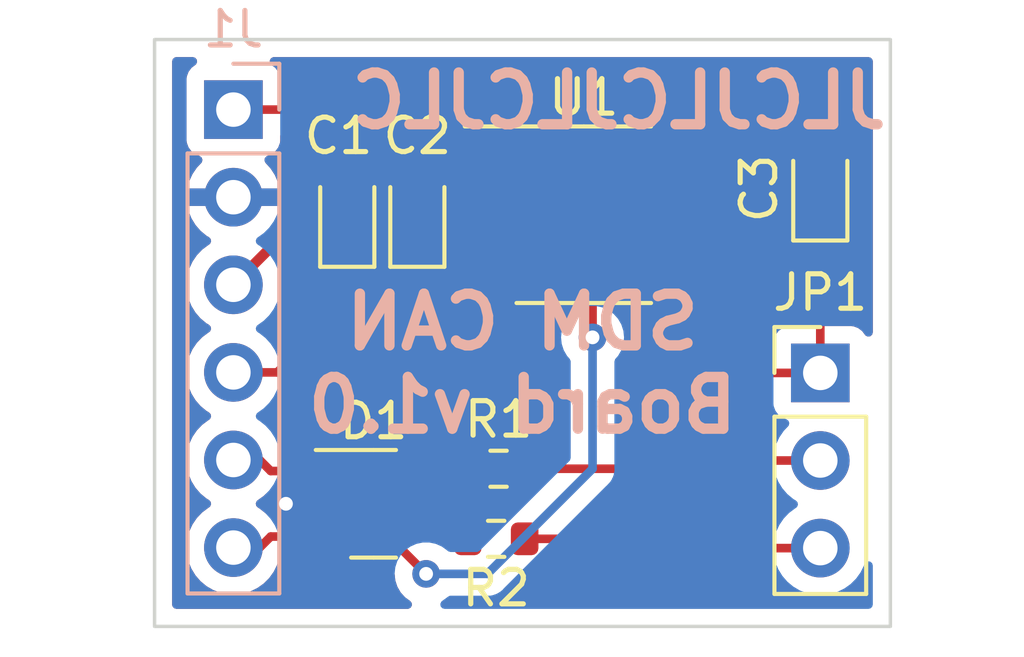
<source format=kicad_pcb>
(kicad_pcb (version 20211014) (generator pcbnew)
  (title_block (title "SDM Can Board") (date "2022-06-25") (rev "v1.0") (company "Sun Devil Motorsports Data Acquisition"))
  (layers (0 "F.Cu" signal) (31 "B.Cu" signal) (34 "B.Paste" user) (35 "F.Paste" user) (36 "B.SilkS" user "B.Silkscreen") (37 "F.SilkS" user "F.Silkscreen") (38 "B.Mask" user) (39 "F.Mask" user) (44 "Edge.Cuts" user))
  (net 0 "")
  (net 1 "+3V3")
  (net 2 "GND")
  (net 3 "/VREF")
  (net 4 "/CANL")
  (net 5 "/CANH")
  (net 6 "/CTX")
  (net 7 "/CRX")
  (net 8 "Net-(JP1-Pad1)")
  (net 9 "Net-(JP1-Pad3)")
  (footprint "Capacitor_Tantalum_SMD:CP_EIA-1608-08_AVX-J" (layer "F.Cu") (at 132.588 104.902 90)
    (fp_text reference "C1" (at 2.286 -0.254 180) (layer "F.SilkS"))
    (fp_text value "100nF")
    (fp_line (start 0.8 -0.785) (end -1.51 -0.785) (layer "F.SilkS") (width 0.12))
    (fp_line (start -1.51 0.785) (end 0.8 0.785) (layer "F.SilkS") (width 0.12))
    (fp_line (start -1.51 -0.785) (end -1.51 0.785) (layer "F.SilkS") (width 0.12))
    (pad "1" smd roundrect (at -0.7125 0 90) (size 1.075 1.05) (layers "F.Cu" "F.Paste" "F.Mask") (roundrect_rratio 0.238095) (net 1 "+3V3"))
    (pad "2" smd roundrect (at 0.7125 0 90) (size 1.075 1.05) (layers "F.Cu" "F.Paste" "F.Mask") (roundrect_rratio 0.238095) (net 2 "GND"))
  )
  (footprint "Capacitor_Tantalum_SMD:CP_EIA-1608-08_AVX-J" (layer "F.Cu") (at 134.62 104.902 90)
    (fp_text reference "C2" (at 2.286 0 180) (layer "F.SilkS"))
    (fp_text value "100nF")
    (fp_line (start -1.51 -0.785) (end -1.51 0.785) (layer "F.SilkS") (width 0.12))
    (fp_line (start -1.51 0.785) (end 0.8 0.785) (layer "F.SilkS") (width 0.12))
    (fp_line (start 0.8 -0.785) (end -1.51 -0.785) (layer "F.SilkS") (width 0.12))
    (pad "1" smd roundrect (at -0.7125 0 90) (size 1.075 1.05) (layers "F.Cu" "F.Paste" "F.Mask") (roundrect_rratio 0.238095) (net 1 "+3V3"))
    (pad "2" smd roundrect (at 0.7125 0 90) (size 1.075 1.05) (layers "F.Cu" "F.Paste" "F.Mask") (roundrect_rratio 0.238095) (net 2 "GND"))
  )
  (footprint "Resistor_SMD:R_0603_1608Metric" (layer "F.Cu") (at 136.906 114.3 180)
    (fp_text reference "R2" (at 0 -1.43) (layer "F.SilkS"))
    (fp_text value "60")
    (fp_line (start -0.237258 0.5225) (end 0.237258 0.5225) (layer "F.SilkS") (width 0.12))
    (fp_line (start -0.237258 -0.5225) (end 0.237258 -0.5225) (layer "F.SilkS") (width 0.12))
    (pad "1" smd roundrect (at -0.825 0 180) (size 0.8 0.95) (layers "F.Cu" "F.Paste" "F.Mask") (net 9 "Net-(JP1-Pad3)"))
    (pad "2" smd roundrect (at 0.825 0 180) (size 0.8 0.95) (layers "F.Cu" "F.Paste" "F.Mask") (net 4 "/CANL"))
  )
  (footprint "Capacitor_Tantalum_SMD:CP_EIA-1608-08_AVX-J" (layer "F.Cu") (at 146.304 104.14 90)
    (fp_text reference "C3" (at 0 -1.778 90) (layer "F.SilkS"))
    (fp_text value "4.7nF")
    (fp_line (start -1.51 -0.785) (end -1.51 0.785) (layer "F.SilkS") (width 0.12))
    (fp_line (start 0.8 -0.785) (end -1.51 -0.785) (layer "F.SilkS") (width 0.12))
    (fp_line (start -1.51 0.785) (end 0.8 0.785) (layer "F.SilkS") (width 0.12))
    (pad "1" smd roundrect (at -0.7125 0 90) (size 1.075 1.05) (layers "F.Cu" "F.Paste" "F.Mask") (roundrect_rratio 0.238095) (net 3 "/VREF"))
    (pad "2" smd roundrect (at 0.7125 0 90) (size 1.075 1.05) (layers "F.Cu" "F.Paste" "F.Mask") (roundrect_rratio 0.238095) (net 2 "GND"))
  )
  (footprint "Resistor_SMD:R_0603_1608Metric" (layer "F.Cu") (at 136.975 112.268)
    (fp_text reference "R1" (at 0 -1.43) (layer "F.SilkS"))
    (fp_text value "60")
    (fp_line (start -0.237258 -0.5225) (end 0.237258 -0.5225) (layer "F.SilkS") (width 0.12))
    (fp_line (start -0.237258 0.5225) (end 0.237258 0.5225) (layer "F.SilkS") (width 0.12))
    (pad "1" smd roundrect (at -0.825 0) (size 0.8 0.95) (layers "F.Cu" "F.Paste" "F.Mask") (net 5 "/CANH"))
    (pad "2" smd roundrect (at 0.825 0) (size 0.8 0.95) (layers "F.Cu" "F.Paste" "F.Mask") (net 8 "Net-(JP1-Pad1)"))
  )
  (footprint "Package_SO:SOIC-8_3.9x4.9mm_P1.27mm" (layer "F.Cu") (at 139.446 104.902)
    (fp_text reference "U1" (at 0 -3.4) (layer "F.SilkS"))
    (fp_text value "SN65HVD230")
    (fp_line (start 0 -2.56) (end 1.95 -2.56) (layer "F.SilkS") (width 0.12))
    (fp_line (start 0 2.56) (end 1.95 2.56) (layer "F.SilkS") (width 0.12))
    (fp_line (start 0 2.56) (end -1.95 2.56) (layer "F.SilkS") (width 0.12))
    (fp_line (start 0 -2.56) (end -3.45 -2.56) (layer "F.SilkS") (width 0.12))
    (pad "1" smd roundrect (at -2.475 -1.905) (size 1.95 0.6) (layers "F.Cu" "F.Paste" "F.Mask") (net 6 "/CTX"))
    (pad "2" smd roundrect (at -2.475 -0.635) (size 1.95 0.6) (layers "F.Cu" "F.Paste" "F.Mask") (net 2 "GND"))
    (pad "3" smd roundrect (at -2.475 0.635) (size 1.95 0.6) (layers "F.Cu" "F.Paste" "F.Mask") (net 1 "+3V3"))
    (pad "4" smd roundrect (at -2.475 1.905) (size 1.95 0.6) (layers "F.Cu" "F.Paste" "F.Mask") (net 7 "/CRX"))
    (pad "5" smd roundrect (at 2.475 1.905) (size 1.95 0.6) (layers "F.Cu" "F.Paste" "F.Mask") (net 3 "/VREF"))
    (pad "6" smd roundrect (at 2.475 0.635) (size 1.95 0.6) (layers "F.Cu" "F.Paste" "F.Mask") (net 4 "/CANL"))
    (pad "7" smd roundrect (at 2.475 -0.635) (size 1.95 0.6) (layers "F.Cu" "F.Paste" "F.Mask") (net 5 "/CANH"))
    (pad "8" smd roundrect (at 2.475 -1.905) (size 1.95 0.6) (layers "F.Cu" "F.Paste" "F.Mask") (net 2 "GND"))
  )
  (footprint "Connector_PinHeader_2.54mm:PinHeader_1x03_P2.54mm_Vertical" (layer "F.Cu") (at 146.304 109.489)
    (fp_text reference "JP1" (at 0 -2.33) (layer "F.SilkS"))
    (fp_text value "Jumper_3_Open")
    (fp_line (start -1.33 1.27) (end -1.33 6.41) (layer "F.SilkS") (width 0.12))
    (fp_line (start -1.33 6.41) (end 1.33 6.41) (layer "F.SilkS") (width 0.12))
    (fp_line (start -1.33 1.27) (end 1.33 1.27) (layer "F.SilkS") (width 0.12))
    (fp_line (start 1.33 1.27) (end 1.33 6.41) (layer "F.SilkS") (width 0.12))
    (fp_line (start -1.33 0) (end -1.33 -1.33) (layer "F.SilkS") (width 0.12))
    (fp_line (start -1.33 -1.33) (end 0 -1.33) (layer "F.SilkS") (width 0.12))
    (pad "1" thru_hole oval (at 0 2.54) (size 1.7 1.7) (drill 1) (layers *.Cu *.Mask) (net 8 "Net-(JP1-Pad1)"))
    (pad "2" thru_hole rect (at 0 0) (size 1.7 1.7) (drill 1) (layers *.Cu *.Mask) (net 3 "/VREF"))
    (pad "3" thru_hole oval (at 0 5.08) (size 1.7 1.7) (drill 1) (layers *.Cu *.Mask) (net 9 "Net-(JP1-Pad3)"))
  )
  (footprint "Package_TO_SOT_SMD:SOT-23" (layer "F.Cu") (at 133.35 113.284)
    (fp_text reference "D1" (at 0 -2.4) (layer "F.SilkS"))
    (fp_text value "SM712_SOT23")
    (fp_line (start 0 1.56) (end -0.65 1.56) (layer "F.SilkS") (width 0.12))
    (fp_line (start 0 -1.56) (end -1.675 -1.56) (layer "F.SilkS") (width 0.12))
    (fp_line (start 0 -1.56) (end 0.65 -1.56) (layer "F.SilkS") (width 0.12))
    (fp_line (start 0 1.56) (end 0.65 1.56) (layer "F.SilkS") (width 0.12))
    (pad "1" smd roundrect (at -0.9375 -0.95) (size 1.475 0.6) (layers "F.Cu" "F.Paste" "F.Mask") (net 5 "/CANH"))
    (pad "2" smd roundrect (at -0.9375 0.95) (size 1.475 0.6) (layers "F.Cu" "F.Paste" "F.Mask") (net 4 "/CANL"))
    (pad "3" smd roundrect (at 0.9375 0) (size 1.475 0.6) (layers "F.Cu" "F.Paste" "F.Mask") (net 2 "GND"))
  )
  (footprint "Connector_PinHeader_2.54mm:PinHeader_1x06_P2.54mm_Vertical" (layer "B.Cu") (at 129.286 101.854 180)
    (fp_text reference "J1" (at 0 2.33) (layer "B.SilkS") (effects (justify mirror)))
    (fp_text value "Conn_01x06_Male")
    (fp_line (start 1.33 -1.27) (end 1.33 -14.03) (layer "B.SilkS") (width 0.12))
    (fp_line (start -1.33 -14.03) (end 1.33 -14.03) (layer "B.SilkS") (width 0.12))
    (fp_line (start -1.33 0) (end -1.33 1.33) (layer "B.SilkS") (width 0.12))
    (fp_line (start -1.33 1.33) (end 0 1.33) (layer "B.SilkS") (width 0.12))
    (fp_line (start -1.33 -1.27) (end 1.33 -1.27) (layer "B.SilkS") (width 0.12))
    (fp_line (start -1.33 -1.27) (end -1.33 -14.03) (layer "B.SilkS") (width 0.12))
    (pad "1" thru_hole rect (at 0 0 180) (size 1.7 1.7) (drill 1) (layers *.Cu *.Mask) (net 6 "/CTX"))
    (pad "2" thru_hole oval (at 0 -2.54 180) (size 1.7 1.7) (drill 1) (layers *.Cu *.Mask) (net 2 "GND"))
    (pad "3" thru_hole oval (at 0 -5.08 180) (size 1.7 1.7) (drill 1) (layers *.Cu *.Mask) (net 1 "+3V3"))
    (pad "4" thru_hole oval (at 0 -7.62 180) (size 1.7 1.7) (drill 1) (layers *.Cu *.Mask) (net 7 "/CRX"))
    (pad "5" thru_hole oval (at 0 -10.16 180) (size 1.7 1.7) (drill 1) (layers *.Cu *.Mask) (net 5 "/CANH"))
    (pad "6" thru_hole oval (at 0 -12.7 180) (size 1.7 1.7) (drill 1) (layers *.Cu *.Mask) (net 4 "/CANL"))
  )
  (gr_rect (start 127 99.822) (end 148.336 116.84) (layer "Edge.Cuts") (width 0.1) (fill none))
  (gr_text "JLCJLCJLCJLC" (at 140.462 101.6) (layer "B.SilkS") (effects (font (size 1.5 1.5) (thickness 0.3)) (justify mirror)))
  (gr_text "SDM CAN\nBoard v1.0" (at 137.668 109.22) (layer "B.SilkS") (effects (font (size 1.5 1.5) (thickness 0.3)) (justify mirror)))
  (segment (start 130.6055 105.6145) (end 129.286 106.934) (width 0.3) (layer "F.Cu") (net 1))
  (segment (start 132.588 105.6145) (end 130.6055 105.6145) (width 0.3) (layer "F.Cu") (net 1))
  (segment (start 136.8935 105.6145) (end 136.971 105.537) (width 0.3) (layer "F.Cu") (net 1))
  (segment (start 134.62 105.6145) (end 136.8935 105.6145) (width 0.3) (layer "F.Cu") (net 1))
  (segment (start 132.588 105.6145) (end 134.62 105.6145) (width 0.3) (layer "F.Cu") (net 1))
  (via (at 130.81 113.284) (size 0.8) (drill 0.4) (layers "F.Cu" "B.Cu") (net 2))
  (segment (start 141.921 107.661) (end 141.921 106.807) (width 0.25) (layer "F.Cu") (net 3))
  (segment (start 143.749 109.489) (end 141.921 107.661) (width 0.25) (layer "F.Cu") (net 3))
  (segment (start 143.749 109.489) (end 146.304 109.489) (width 0.25) (layer "F.Cu") (net 3))
  (segment (start 146.304 104.8525) (end 146.304 109.489) (width 0.25) (layer "F.Cu") (net 3))
  (segment (start 139.7 106.172) (end 140.335 105.537) (width 0.25) (layer "F.Cu") (net 4))
  (segment (start 132.4125 114.234) (end 130.368 114.234) (width 0.25) (layer "F.Cu") (net 4))
  (segment (start 139.7 108.458) (end 139.7 106.172) (width 0.25) (layer "F.Cu") (net 4))
  (segment (start 133.538 114.234) (end 133.792 114.234) (width 0.25) (layer "F.Cu") (net 4))
  (segment (start 133.792 114.234) (end 134.874 115.316) (width 0.25) (layer "F.Cu") (net 4))
  (segment (start 132.4125 114.234) (end 133.538 114.234) (width 0.25) (layer "F.Cu") (net 4))
  (segment (start 133.538 114.234) (end 136.015 114.234) (width 0.25) (layer "F.Cu") (net 4))
  (segment (start 130.048 114.554) (end 129.286 114.554) (width 0.25) (layer "F.Cu") (net 4))
  (segment (start 136.015 114.234) (end 136.081 114.3) (width 0.25) (layer "F.Cu") (net 4))
  (segment (start 140.335 105.537) (end 141.921 105.537) (width 0.25) (layer "F.Cu") (net 4))
  (segment (start 130.368 114.234) (end 130.048 114.554) (width 0.25) (layer "F.Cu") (net 4))
  (via (at 139.7 108.458) (size 0.8) (drill 0.4) (layers "F.Cu" "B.Cu") (net 4))
  (via (at 134.874 115.316) (size 0.8) (drill 0.4) (layers "F.Cu" "B.Cu") (net 4))
  (segment (start 139.7 112.268) (end 139.7 108.458) (width 0.25) (layer "B.Cu") (net 4))
  (segment (start 136.652 115.316) (end 139.7 112.268) (width 0.25) (layer "B.Cu") (net 4))
  (segment (start 134.874 115.316) (end 136.652 115.316) (width 0.25) (layer "B.Cu") (net 4))
  (segment (start 139.192 105.918) (end 140.843 104.267) (width 0.25) (layer "F.Cu") (net 5))
  (segment (start 140.843 104.267) (end 141.921 104.267) (width 0.25) (layer "F.Cu") (net 5))
  (segment (start 136.084 112.334) (end 136.15 112.268) (width 0.25) (layer "F.Cu") (net 5))
  (segment (start 139.192 106.934) (end 139.192 105.918) (width 0.25) (layer "F.Cu") (net 5))
  (segment (start 130.368 112.334) (end 130.048 112.014) (width 0.25) (layer "F.Cu") (net 5))
  (segment (start 132.4125 112.334) (end 133.792 112.334) (width 0.25) (layer "F.Cu") (net 5))
  (segment (start 132.4125 112.334) (end 130.368 112.334) (width 0.25) (layer "F.Cu") (net 5))
  (segment (start 130.048 112.014) (end 129.286 112.014) (width 0.25) (layer "F.Cu") (net 5))
  (segment (start 133.792 112.334) (end 136.084 112.334) (width 0.25) (layer "F.Cu") (net 5))
  (segment (start 133.792 112.334) (end 139.192 106.934) (width 0.25) (layer "F.Cu") (net 5))
  (segment (start 129.286 101.854) (end 135.828 101.854) (width 0.25) (layer "F.Cu") (net 6))
  (segment (start 135.828 101.854) (end 136.971 102.997) (width 0.25) (layer "F.Cu") (net 6))
  (segment (start 129.286 109.474) (end 130.556 109.474) (width 0.25) (layer "F.Cu") (net 7))
  (segment (start 130.556 109.474) (end 133.223 106.807) (width 0.25) (layer "F.Cu") (net 7))
  (segment (start 133.223 106.807) (end 136.971 106.807) (width 0.25) (layer "F.Cu") (net 7))
  (segment (start 142.24 112.268) (end 142.479 112.029) (width 0.25) (layer "F.Cu") (net 8))
  (segment (start 142.479 112.029) (end 146.304 112.029) (width 0.25) (layer "F.Cu") (net 8))
  (segment (start 137.8 112.268) (end 142.24 112.268) (width 0.25) (layer "F.Cu") (net 8))
  (segment (start 137.731 114.3) (end 142.24 114.3) (width 0.25) (layer "F.Cu") (net 9))
  (segment (start 142.24 114.3) (end 142.509 114.569) (width 0.25) (layer "F.Cu") (net 9))
  (segment (start 142.509 114.569) (end 146.304 114.569) (width 0.25) (layer "F.Cu") (net 9))
  (zone (net 2) (net_name "GND") (layers F&B.Cu) (connect_pads (clearance 0.508)) (min_thickness 0.254) (fill yes (thermal_gap 0.508) (thermal_bridge_width 0.508))
    (polygon (pts (xy 149.098 99.06) (xy 148.844 117.348) (xy 126.238 117.348) (xy 126.238 98.806)))
  )
)
</source>
